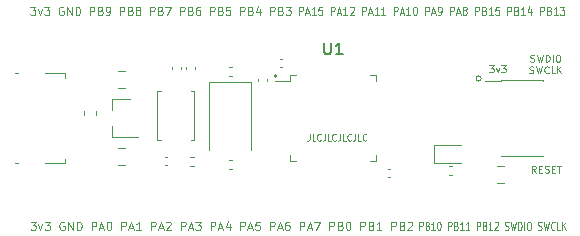
<source format=gbr>
%TF.GenerationSoftware,KiCad,Pcbnew,(5.1.10-1-10_14)*%
%TF.CreationDate,2021-07-19T22:46:51-06:00*%
%TF.ProjectId,f0-study-board,66302d73-7475-4647-992d-626f6172642e,rev?*%
%TF.SameCoordinates,Original*%
%TF.FileFunction,Legend,Top*%
%TF.FilePolarity,Positive*%
%FSLAX46Y46*%
G04 Gerber Fmt 4.6, Leading zero omitted, Abs format (unit mm)*
G04 Created by KiCad (PCBNEW (5.1.10-1-10_14)) date 2021-07-19 22:46:51*
%MOMM*%
%LPD*%
G01*
G04 APERTURE LIST*
%ADD10C,0.080000*%
%ADD11C,0.100000*%
%ADD12C,0.120000*%
%ADD13C,0.150000*%
G04 APERTURE END LIST*
D10*
X132075809Y-116716666D02*
X132075809Y-116016666D01*
X132273904Y-116016666D01*
X132323428Y-116050000D01*
X132348190Y-116083333D01*
X132372952Y-116150000D01*
X132372952Y-116250000D01*
X132348190Y-116316666D01*
X132323428Y-116350000D01*
X132273904Y-116383333D01*
X132075809Y-116383333D01*
X132769142Y-116350000D02*
X132843428Y-116383333D01*
X132868190Y-116416666D01*
X132892952Y-116483333D01*
X132892952Y-116583333D01*
X132868190Y-116650000D01*
X132843428Y-116683333D01*
X132793904Y-116716666D01*
X132595809Y-116716666D01*
X132595809Y-116016666D01*
X132769142Y-116016666D01*
X132818666Y-116050000D01*
X132843428Y-116083333D01*
X132868190Y-116150000D01*
X132868190Y-116216666D01*
X132843428Y-116283333D01*
X132818666Y-116316666D01*
X132769142Y-116350000D01*
X132595809Y-116350000D01*
X133388190Y-116716666D02*
X133091047Y-116716666D01*
X133239619Y-116716666D02*
X133239619Y-116016666D01*
X133190095Y-116116666D01*
X133140571Y-116183333D01*
X133091047Y-116216666D01*
X133710095Y-116016666D02*
X133759619Y-116016666D01*
X133809142Y-116050000D01*
X133833904Y-116083333D01*
X133858666Y-116150000D01*
X133883428Y-116283333D01*
X133883428Y-116450000D01*
X133858666Y-116583333D01*
X133833904Y-116650000D01*
X133809142Y-116683333D01*
X133759619Y-116716666D01*
X133710095Y-116716666D01*
X133660571Y-116683333D01*
X133635809Y-116650000D01*
X133611047Y-116583333D01*
X133586285Y-116450000D01*
X133586285Y-116283333D01*
X133611047Y-116150000D01*
X133635809Y-116083333D01*
X133660571Y-116050000D01*
X133710095Y-116016666D01*
X134502476Y-116716666D02*
X134502476Y-116016666D01*
X134700571Y-116016666D01*
X134750095Y-116050000D01*
X134774857Y-116083333D01*
X134799619Y-116150000D01*
X134799619Y-116250000D01*
X134774857Y-116316666D01*
X134750095Y-116350000D01*
X134700571Y-116383333D01*
X134502476Y-116383333D01*
X135195809Y-116350000D02*
X135270095Y-116383333D01*
X135294857Y-116416666D01*
X135319619Y-116483333D01*
X135319619Y-116583333D01*
X135294857Y-116650000D01*
X135270095Y-116683333D01*
X135220571Y-116716666D01*
X135022476Y-116716666D01*
X135022476Y-116016666D01*
X135195809Y-116016666D01*
X135245333Y-116050000D01*
X135270095Y-116083333D01*
X135294857Y-116150000D01*
X135294857Y-116216666D01*
X135270095Y-116283333D01*
X135245333Y-116316666D01*
X135195809Y-116350000D01*
X135022476Y-116350000D01*
X135814857Y-116716666D02*
X135517714Y-116716666D01*
X135666285Y-116716666D02*
X135666285Y-116016666D01*
X135616761Y-116116666D01*
X135567238Y-116183333D01*
X135517714Y-116216666D01*
X136310095Y-116716666D02*
X136012952Y-116716666D01*
X136161523Y-116716666D02*
X136161523Y-116016666D01*
X136112000Y-116116666D01*
X136062476Y-116183333D01*
X136012952Y-116216666D01*
X136929142Y-116716666D02*
X136929142Y-116016666D01*
X137127238Y-116016666D01*
X137176761Y-116050000D01*
X137201523Y-116083333D01*
X137226285Y-116150000D01*
X137226285Y-116250000D01*
X137201523Y-116316666D01*
X137176761Y-116350000D01*
X137127238Y-116383333D01*
X136929142Y-116383333D01*
X137622476Y-116350000D02*
X137696761Y-116383333D01*
X137721523Y-116416666D01*
X137746285Y-116483333D01*
X137746285Y-116583333D01*
X137721523Y-116650000D01*
X137696761Y-116683333D01*
X137647238Y-116716666D01*
X137449142Y-116716666D01*
X137449142Y-116016666D01*
X137622476Y-116016666D01*
X137672000Y-116050000D01*
X137696761Y-116083333D01*
X137721523Y-116150000D01*
X137721523Y-116216666D01*
X137696761Y-116283333D01*
X137672000Y-116316666D01*
X137622476Y-116350000D01*
X137449142Y-116350000D01*
X138241523Y-116716666D02*
X137944380Y-116716666D01*
X138092952Y-116716666D02*
X138092952Y-116016666D01*
X138043428Y-116116666D01*
X137993904Y-116183333D01*
X137944380Y-116216666D01*
X138439619Y-116083333D02*
X138464380Y-116050000D01*
X138513904Y-116016666D01*
X138637714Y-116016666D01*
X138687238Y-116050000D01*
X138712000Y-116083333D01*
X138736761Y-116150000D01*
X138736761Y-116216666D01*
X138712000Y-116316666D01*
X138414857Y-116716666D01*
X138736761Y-116716666D01*
X139331047Y-116683333D02*
X139405333Y-116716666D01*
X139529142Y-116716666D01*
X139578666Y-116683333D01*
X139603428Y-116650000D01*
X139628190Y-116583333D01*
X139628190Y-116516666D01*
X139603428Y-116450000D01*
X139578666Y-116416666D01*
X139529142Y-116383333D01*
X139430095Y-116350000D01*
X139380571Y-116316666D01*
X139355809Y-116283333D01*
X139331047Y-116216666D01*
X139331047Y-116150000D01*
X139355809Y-116083333D01*
X139380571Y-116050000D01*
X139430095Y-116016666D01*
X139553904Y-116016666D01*
X139628190Y-116050000D01*
X139801523Y-116016666D02*
X139925333Y-116716666D01*
X140024380Y-116216666D01*
X140123428Y-116716666D01*
X140247238Y-116016666D01*
X140445333Y-116716666D02*
X140445333Y-116016666D01*
X140569142Y-116016666D01*
X140643428Y-116050000D01*
X140692952Y-116116666D01*
X140717714Y-116183333D01*
X140742476Y-116316666D01*
X140742476Y-116416666D01*
X140717714Y-116550000D01*
X140692952Y-116616666D01*
X140643428Y-116683333D01*
X140569142Y-116716666D01*
X140445333Y-116716666D01*
X140965333Y-116716666D02*
X140965333Y-116016666D01*
X141312000Y-116016666D02*
X141411047Y-116016666D01*
X141460571Y-116050000D01*
X141510095Y-116116666D01*
X141534857Y-116250000D01*
X141534857Y-116483333D01*
X141510095Y-116616666D01*
X141460571Y-116683333D01*
X141411047Y-116716666D01*
X141312000Y-116716666D01*
X141262476Y-116683333D01*
X141212952Y-116616666D01*
X141188190Y-116483333D01*
X141188190Y-116250000D01*
X141212952Y-116116666D01*
X141262476Y-116050000D01*
X141312000Y-116016666D01*
X142129142Y-116683333D02*
X142203428Y-116716666D01*
X142327238Y-116716666D01*
X142376761Y-116683333D01*
X142401523Y-116650000D01*
X142426285Y-116583333D01*
X142426285Y-116516666D01*
X142401523Y-116450000D01*
X142376761Y-116416666D01*
X142327238Y-116383333D01*
X142228190Y-116350000D01*
X142178666Y-116316666D01*
X142153904Y-116283333D01*
X142129142Y-116216666D01*
X142129142Y-116150000D01*
X142153904Y-116083333D01*
X142178666Y-116050000D01*
X142228190Y-116016666D01*
X142352000Y-116016666D01*
X142426285Y-116050000D01*
X142599619Y-116016666D02*
X142723428Y-116716666D01*
X142822476Y-116216666D01*
X142921523Y-116716666D01*
X143045333Y-116016666D01*
X143540571Y-116650000D02*
X143515809Y-116683333D01*
X143441523Y-116716666D01*
X143392000Y-116716666D01*
X143317714Y-116683333D01*
X143268190Y-116616666D01*
X143243428Y-116550000D01*
X143218666Y-116416666D01*
X143218666Y-116316666D01*
X143243428Y-116183333D01*
X143268190Y-116116666D01*
X143317714Y-116050000D01*
X143392000Y-116016666D01*
X143441523Y-116016666D01*
X143515809Y-116050000D01*
X143540571Y-116083333D01*
X144011047Y-116716666D02*
X143763428Y-116716666D01*
X143763428Y-116016666D01*
X144184380Y-116716666D02*
X144184380Y-116016666D01*
X144481523Y-116716666D02*
X144258666Y-116316666D01*
X144481523Y-116016666D02*
X144184380Y-116416666D01*
X99152714Y-116016666D02*
X99589142Y-116016666D01*
X99354142Y-116283333D01*
X99454857Y-116283333D01*
X99522000Y-116316666D01*
X99555571Y-116350000D01*
X99589142Y-116416666D01*
X99589142Y-116583333D01*
X99555571Y-116650000D01*
X99522000Y-116683333D01*
X99454857Y-116716666D01*
X99253428Y-116716666D01*
X99186285Y-116683333D01*
X99152714Y-116650000D01*
X99824142Y-116250000D02*
X99992000Y-116716666D01*
X100159857Y-116250000D01*
X100361285Y-116016666D02*
X100797714Y-116016666D01*
X100562714Y-116283333D01*
X100663428Y-116283333D01*
X100730571Y-116316666D01*
X100764142Y-116350000D01*
X100797714Y-116416666D01*
X100797714Y-116583333D01*
X100764142Y-116650000D01*
X100730571Y-116683333D01*
X100663428Y-116716666D01*
X100462000Y-116716666D01*
X100394857Y-116683333D01*
X100361285Y-116650000D01*
X102006285Y-116050000D02*
X101939142Y-116016666D01*
X101838428Y-116016666D01*
X101737714Y-116050000D01*
X101670571Y-116116666D01*
X101637000Y-116183333D01*
X101603428Y-116316666D01*
X101603428Y-116416666D01*
X101637000Y-116550000D01*
X101670571Y-116616666D01*
X101737714Y-116683333D01*
X101838428Y-116716666D01*
X101905571Y-116716666D01*
X102006285Y-116683333D01*
X102039857Y-116650000D01*
X102039857Y-116416666D01*
X101905571Y-116416666D01*
X102342000Y-116716666D02*
X102342000Y-116016666D01*
X102744857Y-116716666D01*
X102744857Y-116016666D01*
X103080571Y-116716666D02*
X103080571Y-116016666D01*
X103248428Y-116016666D01*
X103349142Y-116050000D01*
X103416285Y-116116666D01*
X103449857Y-116183333D01*
X103483428Y-116316666D01*
X103483428Y-116416666D01*
X103449857Y-116550000D01*
X103416285Y-116616666D01*
X103349142Y-116683333D01*
X103248428Y-116716666D01*
X103080571Y-116716666D01*
X104322714Y-116716666D02*
X104322714Y-116016666D01*
X104591285Y-116016666D01*
X104658428Y-116050000D01*
X104692000Y-116083333D01*
X104725571Y-116150000D01*
X104725571Y-116250000D01*
X104692000Y-116316666D01*
X104658428Y-116350000D01*
X104591285Y-116383333D01*
X104322714Y-116383333D01*
X104994142Y-116516666D02*
X105329857Y-116516666D01*
X104927000Y-116716666D02*
X105162000Y-116016666D01*
X105397000Y-116716666D01*
X105766285Y-116016666D02*
X105833428Y-116016666D01*
X105900571Y-116050000D01*
X105934142Y-116083333D01*
X105967714Y-116150000D01*
X106001285Y-116283333D01*
X106001285Y-116450000D01*
X105967714Y-116583333D01*
X105934142Y-116650000D01*
X105900571Y-116683333D01*
X105833428Y-116716666D01*
X105766285Y-116716666D01*
X105699142Y-116683333D01*
X105665571Y-116650000D01*
X105632000Y-116583333D01*
X105598428Y-116450000D01*
X105598428Y-116283333D01*
X105632000Y-116150000D01*
X105665571Y-116083333D01*
X105699142Y-116050000D01*
X105766285Y-116016666D01*
X106840571Y-116716666D02*
X106840571Y-116016666D01*
X107109142Y-116016666D01*
X107176285Y-116050000D01*
X107209857Y-116083333D01*
X107243428Y-116150000D01*
X107243428Y-116250000D01*
X107209857Y-116316666D01*
X107176285Y-116350000D01*
X107109142Y-116383333D01*
X106840571Y-116383333D01*
X107512000Y-116516666D02*
X107847714Y-116516666D01*
X107444857Y-116716666D02*
X107679857Y-116016666D01*
X107914857Y-116716666D01*
X108519142Y-116716666D02*
X108116285Y-116716666D01*
X108317714Y-116716666D02*
X108317714Y-116016666D01*
X108250571Y-116116666D01*
X108183428Y-116183333D01*
X108116285Y-116216666D01*
X109358428Y-116716666D02*
X109358428Y-116016666D01*
X109627000Y-116016666D01*
X109694142Y-116050000D01*
X109727714Y-116083333D01*
X109761285Y-116150000D01*
X109761285Y-116250000D01*
X109727714Y-116316666D01*
X109694142Y-116350000D01*
X109627000Y-116383333D01*
X109358428Y-116383333D01*
X110029857Y-116516666D02*
X110365571Y-116516666D01*
X109962714Y-116716666D02*
X110197714Y-116016666D01*
X110432714Y-116716666D01*
X110634142Y-116083333D02*
X110667714Y-116050000D01*
X110734857Y-116016666D01*
X110902714Y-116016666D01*
X110969857Y-116050000D01*
X111003428Y-116083333D01*
X111037000Y-116150000D01*
X111037000Y-116216666D01*
X111003428Y-116316666D01*
X110600571Y-116716666D01*
X111037000Y-116716666D01*
X111876285Y-116716666D02*
X111876285Y-116016666D01*
X112144857Y-116016666D01*
X112212000Y-116050000D01*
X112245571Y-116083333D01*
X112279142Y-116150000D01*
X112279142Y-116250000D01*
X112245571Y-116316666D01*
X112212000Y-116350000D01*
X112144857Y-116383333D01*
X111876285Y-116383333D01*
X112547714Y-116516666D02*
X112883428Y-116516666D01*
X112480571Y-116716666D02*
X112715571Y-116016666D01*
X112950571Y-116716666D01*
X113118428Y-116016666D02*
X113554857Y-116016666D01*
X113319857Y-116283333D01*
X113420571Y-116283333D01*
X113487714Y-116316666D01*
X113521285Y-116350000D01*
X113554857Y-116416666D01*
X113554857Y-116583333D01*
X113521285Y-116650000D01*
X113487714Y-116683333D01*
X113420571Y-116716666D01*
X113219142Y-116716666D01*
X113152000Y-116683333D01*
X113118428Y-116650000D01*
X114394142Y-116716666D02*
X114394142Y-116016666D01*
X114662714Y-116016666D01*
X114729857Y-116050000D01*
X114763428Y-116083333D01*
X114797000Y-116150000D01*
X114797000Y-116250000D01*
X114763428Y-116316666D01*
X114729857Y-116350000D01*
X114662714Y-116383333D01*
X114394142Y-116383333D01*
X115065571Y-116516666D02*
X115401285Y-116516666D01*
X114998428Y-116716666D02*
X115233428Y-116016666D01*
X115468428Y-116716666D01*
X116005571Y-116250000D02*
X116005571Y-116716666D01*
X115837714Y-115983333D02*
X115669857Y-116483333D01*
X116106285Y-116483333D01*
X116912000Y-116716666D02*
X116912000Y-116016666D01*
X117180571Y-116016666D01*
X117247714Y-116050000D01*
X117281285Y-116083333D01*
X117314857Y-116150000D01*
X117314857Y-116250000D01*
X117281285Y-116316666D01*
X117247714Y-116350000D01*
X117180571Y-116383333D01*
X116912000Y-116383333D01*
X117583428Y-116516666D02*
X117919142Y-116516666D01*
X117516285Y-116716666D02*
X117751285Y-116016666D01*
X117986285Y-116716666D01*
X118557000Y-116016666D02*
X118221285Y-116016666D01*
X118187714Y-116350000D01*
X118221285Y-116316666D01*
X118288428Y-116283333D01*
X118456285Y-116283333D01*
X118523428Y-116316666D01*
X118557000Y-116350000D01*
X118590571Y-116416666D01*
X118590571Y-116583333D01*
X118557000Y-116650000D01*
X118523428Y-116683333D01*
X118456285Y-116716666D01*
X118288428Y-116716666D01*
X118221285Y-116683333D01*
X118187714Y-116650000D01*
X119429857Y-116716666D02*
X119429857Y-116016666D01*
X119698428Y-116016666D01*
X119765571Y-116050000D01*
X119799142Y-116083333D01*
X119832714Y-116150000D01*
X119832714Y-116250000D01*
X119799142Y-116316666D01*
X119765571Y-116350000D01*
X119698428Y-116383333D01*
X119429857Y-116383333D01*
X120101285Y-116516666D02*
X120437000Y-116516666D01*
X120034142Y-116716666D02*
X120269142Y-116016666D01*
X120504142Y-116716666D01*
X121041285Y-116016666D02*
X120907000Y-116016666D01*
X120839857Y-116050000D01*
X120806285Y-116083333D01*
X120739142Y-116183333D01*
X120705571Y-116316666D01*
X120705571Y-116583333D01*
X120739142Y-116650000D01*
X120772714Y-116683333D01*
X120839857Y-116716666D01*
X120974142Y-116716666D01*
X121041285Y-116683333D01*
X121074857Y-116650000D01*
X121108428Y-116583333D01*
X121108428Y-116416666D01*
X121074857Y-116350000D01*
X121041285Y-116316666D01*
X120974142Y-116283333D01*
X120839857Y-116283333D01*
X120772714Y-116316666D01*
X120739142Y-116350000D01*
X120705571Y-116416666D01*
X121947714Y-116716666D02*
X121947714Y-116016666D01*
X122216285Y-116016666D01*
X122283428Y-116050000D01*
X122317000Y-116083333D01*
X122350571Y-116150000D01*
X122350571Y-116250000D01*
X122317000Y-116316666D01*
X122283428Y-116350000D01*
X122216285Y-116383333D01*
X121947714Y-116383333D01*
X122619142Y-116516666D02*
X122954857Y-116516666D01*
X122552000Y-116716666D02*
X122787000Y-116016666D01*
X123022000Y-116716666D01*
X123189857Y-116016666D02*
X123659857Y-116016666D01*
X123357714Y-116716666D01*
X124465571Y-116716666D02*
X124465571Y-116016666D01*
X124734142Y-116016666D01*
X124801285Y-116050000D01*
X124834857Y-116083333D01*
X124868428Y-116150000D01*
X124868428Y-116250000D01*
X124834857Y-116316666D01*
X124801285Y-116350000D01*
X124734142Y-116383333D01*
X124465571Y-116383333D01*
X125405571Y-116350000D02*
X125506285Y-116383333D01*
X125539857Y-116416666D01*
X125573428Y-116483333D01*
X125573428Y-116583333D01*
X125539857Y-116650000D01*
X125506285Y-116683333D01*
X125439142Y-116716666D01*
X125170571Y-116716666D01*
X125170571Y-116016666D01*
X125405571Y-116016666D01*
X125472714Y-116050000D01*
X125506285Y-116083333D01*
X125539857Y-116150000D01*
X125539857Y-116216666D01*
X125506285Y-116283333D01*
X125472714Y-116316666D01*
X125405571Y-116350000D01*
X125170571Y-116350000D01*
X126009857Y-116016666D02*
X126077000Y-116016666D01*
X126144142Y-116050000D01*
X126177714Y-116083333D01*
X126211285Y-116150000D01*
X126244857Y-116283333D01*
X126244857Y-116450000D01*
X126211285Y-116583333D01*
X126177714Y-116650000D01*
X126144142Y-116683333D01*
X126077000Y-116716666D01*
X126009857Y-116716666D01*
X125942714Y-116683333D01*
X125909142Y-116650000D01*
X125875571Y-116583333D01*
X125842000Y-116450000D01*
X125842000Y-116283333D01*
X125875571Y-116150000D01*
X125909142Y-116083333D01*
X125942714Y-116050000D01*
X126009857Y-116016666D01*
X127084142Y-116716666D02*
X127084142Y-116016666D01*
X127352714Y-116016666D01*
X127419857Y-116050000D01*
X127453428Y-116083333D01*
X127487000Y-116150000D01*
X127487000Y-116250000D01*
X127453428Y-116316666D01*
X127419857Y-116350000D01*
X127352714Y-116383333D01*
X127084142Y-116383333D01*
X128024142Y-116350000D02*
X128124857Y-116383333D01*
X128158428Y-116416666D01*
X128192000Y-116483333D01*
X128192000Y-116583333D01*
X128158428Y-116650000D01*
X128124857Y-116683333D01*
X128057714Y-116716666D01*
X127789142Y-116716666D01*
X127789142Y-116016666D01*
X128024142Y-116016666D01*
X128091285Y-116050000D01*
X128124857Y-116083333D01*
X128158428Y-116150000D01*
X128158428Y-116216666D01*
X128124857Y-116283333D01*
X128091285Y-116316666D01*
X128024142Y-116350000D01*
X127789142Y-116350000D01*
X128863428Y-116716666D02*
X128460571Y-116716666D01*
X128662000Y-116716666D02*
X128662000Y-116016666D01*
X128594857Y-116116666D01*
X128527714Y-116183333D01*
X128460571Y-116216666D01*
X129702714Y-116716666D02*
X129702714Y-116016666D01*
X129971285Y-116016666D01*
X130038428Y-116050000D01*
X130072000Y-116083333D01*
X130105571Y-116150000D01*
X130105571Y-116250000D01*
X130072000Y-116316666D01*
X130038428Y-116350000D01*
X129971285Y-116383333D01*
X129702714Y-116383333D01*
X130642714Y-116350000D02*
X130743428Y-116383333D01*
X130777000Y-116416666D01*
X130810571Y-116483333D01*
X130810571Y-116583333D01*
X130777000Y-116650000D01*
X130743428Y-116683333D01*
X130676285Y-116716666D01*
X130407714Y-116716666D01*
X130407714Y-116016666D01*
X130642714Y-116016666D01*
X130709857Y-116050000D01*
X130743428Y-116083333D01*
X130777000Y-116150000D01*
X130777000Y-116216666D01*
X130743428Y-116283333D01*
X130709857Y-116316666D01*
X130642714Y-116350000D01*
X130407714Y-116350000D01*
X131079142Y-116083333D02*
X131112714Y-116050000D01*
X131179857Y-116016666D01*
X131347714Y-116016666D01*
X131414857Y-116050000D01*
X131448428Y-116083333D01*
X131482000Y-116150000D01*
X131482000Y-116216666D01*
X131448428Y-116316666D01*
X131045571Y-116716666D01*
X131482000Y-116716666D01*
X121892476Y-98516666D02*
X121892476Y-97816666D01*
X122117238Y-97816666D01*
X122173428Y-97850000D01*
X122201523Y-97883333D01*
X122229619Y-97950000D01*
X122229619Y-98050000D01*
X122201523Y-98116666D01*
X122173428Y-98150000D01*
X122117238Y-98183333D01*
X121892476Y-98183333D01*
X122454380Y-98316666D02*
X122735333Y-98316666D01*
X122398190Y-98516666D02*
X122594857Y-97816666D01*
X122791523Y-98516666D01*
X123297238Y-98516666D02*
X122960095Y-98516666D01*
X123128666Y-98516666D02*
X123128666Y-97816666D01*
X123072476Y-97916666D01*
X123016285Y-97983333D01*
X122960095Y-98016666D01*
X123831047Y-97816666D02*
X123550095Y-97816666D01*
X123522000Y-98150000D01*
X123550095Y-98116666D01*
X123606285Y-98083333D01*
X123746761Y-98083333D01*
X123802952Y-98116666D01*
X123831047Y-98150000D01*
X123859142Y-98216666D01*
X123859142Y-98383333D01*
X123831047Y-98450000D01*
X123802952Y-98483333D01*
X123746761Y-98516666D01*
X123606285Y-98516666D01*
X123550095Y-98483333D01*
X123522000Y-98450000D01*
X124561523Y-98516666D02*
X124561523Y-97816666D01*
X124786285Y-97816666D01*
X124842476Y-97850000D01*
X124870571Y-97883333D01*
X124898666Y-97950000D01*
X124898666Y-98050000D01*
X124870571Y-98116666D01*
X124842476Y-98150000D01*
X124786285Y-98183333D01*
X124561523Y-98183333D01*
X125123428Y-98316666D02*
X125404380Y-98316666D01*
X125067238Y-98516666D02*
X125263904Y-97816666D01*
X125460571Y-98516666D01*
X125966285Y-98516666D02*
X125629142Y-98516666D01*
X125797714Y-98516666D02*
X125797714Y-97816666D01*
X125741523Y-97916666D01*
X125685333Y-97983333D01*
X125629142Y-98016666D01*
X126191047Y-97883333D02*
X126219142Y-97850000D01*
X126275333Y-97816666D01*
X126415809Y-97816666D01*
X126472000Y-97850000D01*
X126500095Y-97883333D01*
X126528190Y-97950000D01*
X126528190Y-98016666D01*
X126500095Y-98116666D01*
X126162952Y-98516666D01*
X126528190Y-98516666D01*
X127230571Y-98516666D02*
X127230571Y-97816666D01*
X127455333Y-97816666D01*
X127511523Y-97850000D01*
X127539619Y-97883333D01*
X127567714Y-97950000D01*
X127567714Y-98050000D01*
X127539619Y-98116666D01*
X127511523Y-98150000D01*
X127455333Y-98183333D01*
X127230571Y-98183333D01*
X127792476Y-98316666D02*
X128073428Y-98316666D01*
X127736285Y-98516666D02*
X127932952Y-97816666D01*
X128129619Y-98516666D01*
X128635333Y-98516666D02*
X128298190Y-98516666D01*
X128466761Y-98516666D02*
X128466761Y-97816666D01*
X128410571Y-97916666D01*
X128354380Y-97983333D01*
X128298190Y-98016666D01*
X129197238Y-98516666D02*
X128860095Y-98516666D01*
X129028666Y-98516666D02*
X129028666Y-97816666D01*
X128972476Y-97916666D01*
X128916285Y-97983333D01*
X128860095Y-98016666D01*
X129899619Y-98516666D02*
X129899619Y-97816666D01*
X130124380Y-97816666D01*
X130180571Y-97850000D01*
X130208666Y-97883333D01*
X130236761Y-97950000D01*
X130236761Y-98050000D01*
X130208666Y-98116666D01*
X130180571Y-98150000D01*
X130124380Y-98183333D01*
X129899619Y-98183333D01*
X130461523Y-98316666D02*
X130742476Y-98316666D01*
X130405333Y-98516666D02*
X130602000Y-97816666D01*
X130798666Y-98516666D01*
X131304380Y-98516666D02*
X130967238Y-98516666D01*
X131135809Y-98516666D02*
X131135809Y-97816666D01*
X131079619Y-97916666D01*
X131023428Y-97983333D01*
X130967238Y-98016666D01*
X131669619Y-97816666D02*
X131725809Y-97816666D01*
X131782000Y-97850000D01*
X131810095Y-97883333D01*
X131838190Y-97950000D01*
X131866285Y-98083333D01*
X131866285Y-98250000D01*
X131838190Y-98383333D01*
X131810095Y-98450000D01*
X131782000Y-98483333D01*
X131725809Y-98516666D01*
X131669619Y-98516666D01*
X131613428Y-98483333D01*
X131585333Y-98450000D01*
X131557238Y-98383333D01*
X131529142Y-98250000D01*
X131529142Y-98083333D01*
X131557238Y-97950000D01*
X131585333Y-97883333D01*
X131613428Y-97850000D01*
X131669619Y-97816666D01*
X132568666Y-98516666D02*
X132568666Y-97816666D01*
X132793428Y-97816666D01*
X132849619Y-97850000D01*
X132877714Y-97883333D01*
X132905809Y-97950000D01*
X132905809Y-98050000D01*
X132877714Y-98116666D01*
X132849619Y-98150000D01*
X132793428Y-98183333D01*
X132568666Y-98183333D01*
X133130571Y-98316666D02*
X133411523Y-98316666D01*
X133074380Y-98516666D02*
X133271047Y-97816666D01*
X133467714Y-98516666D01*
X133692476Y-98516666D02*
X133804857Y-98516666D01*
X133861047Y-98483333D01*
X133889142Y-98450000D01*
X133945333Y-98350000D01*
X133973428Y-98216666D01*
X133973428Y-97950000D01*
X133945333Y-97883333D01*
X133917238Y-97850000D01*
X133861047Y-97816666D01*
X133748666Y-97816666D01*
X133692476Y-97850000D01*
X133664380Y-97883333D01*
X133636285Y-97950000D01*
X133636285Y-98116666D01*
X133664380Y-98183333D01*
X133692476Y-98216666D01*
X133748666Y-98250000D01*
X133861047Y-98250000D01*
X133917238Y-98216666D01*
X133945333Y-98183333D01*
X133973428Y-98116666D01*
X134675809Y-98516666D02*
X134675809Y-97816666D01*
X134900571Y-97816666D01*
X134956761Y-97850000D01*
X134984857Y-97883333D01*
X135012952Y-97950000D01*
X135012952Y-98050000D01*
X134984857Y-98116666D01*
X134956761Y-98150000D01*
X134900571Y-98183333D01*
X134675809Y-98183333D01*
X135237714Y-98316666D02*
X135518666Y-98316666D01*
X135181523Y-98516666D02*
X135378190Y-97816666D01*
X135574857Y-98516666D01*
X135855809Y-98116666D02*
X135799619Y-98083333D01*
X135771523Y-98050000D01*
X135743428Y-97983333D01*
X135743428Y-97950000D01*
X135771523Y-97883333D01*
X135799619Y-97850000D01*
X135855809Y-97816666D01*
X135968190Y-97816666D01*
X136024380Y-97850000D01*
X136052476Y-97883333D01*
X136080571Y-97950000D01*
X136080571Y-97983333D01*
X136052476Y-98050000D01*
X136024380Y-98083333D01*
X135968190Y-98116666D01*
X135855809Y-98116666D01*
X135799619Y-98150000D01*
X135771523Y-98183333D01*
X135743428Y-98250000D01*
X135743428Y-98383333D01*
X135771523Y-98450000D01*
X135799619Y-98483333D01*
X135855809Y-98516666D01*
X135968190Y-98516666D01*
X136024380Y-98483333D01*
X136052476Y-98450000D01*
X136080571Y-98383333D01*
X136080571Y-98250000D01*
X136052476Y-98183333D01*
X136024380Y-98150000D01*
X135968190Y-98116666D01*
X136782952Y-98516666D02*
X136782952Y-97816666D01*
X137007714Y-97816666D01*
X137063904Y-97850000D01*
X137092000Y-97883333D01*
X137120095Y-97950000D01*
X137120095Y-98050000D01*
X137092000Y-98116666D01*
X137063904Y-98150000D01*
X137007714Y-98183333D01*
X136782952Y-98183333D01*
X137569619Y-98150000D02*
X137653904Y-98183333D01*
X137682000Y-98216666D01*
X137710095Y-98283333D01*
X137710095Y-98383333D01*
X137682000Y-98450000D01*
X137653904Y-98483333D01*
X137597714Y-98516666D01*
X137372952Y-98516666D01*
X137372952Y-97816666D01*
X137569619Y-97816666D01*
X137625809Y-97850000D01*
X137653904Y-97883333D01*
X137682000Y-97950000D01*
X137682000Y-98016666D01*
X137653904Y-98083333D01*
X137625809Y-98116666D01*
X137569619Y-98150000D01*
X137372952Y-98150000D01*
X138272000Y-98516666D02*
X137934857Y-98516666D01*
X138103428Y-98516666D02*
X138103428Y-97816666D01*
X138047238Y-97916666D01*
X137991047Y-97983333D01*
X137934857Y-98016666D01*
X138805809Y-97816666D02*
X138524857Y-97816666D01*
X138496761Y-98150000D01*
X138524857Y-98116666D01*
X138581047Y-98083333D01*
X138721523Y-98083333D01*
X138777714Y-98116666D01*
X138805809Y-98150000D01*
X138833904Y-98216666D01*
X138833904Y-98383333D01*
X138805809Y-98450000D01*
X138777714Y-98483333D01*
X138721523Y-98516666D01*
X138581047Y-98516666D01*
X138524857Y-98483333D01*
X138496761Y-98450000D01*
X139536285Y-98516666D02*
X139536285Y-97816666D01*
X139761047Y-97816666D01*
X139817238Y-97850000D01*
X139845333Y-97883333D01*
X139873428Y-97950000D01*
X139873428Y-98050000D01*
X139845333Y-98116666D01*
X139817238Y-98150000D01*
X139761047Y-98183333D01*
X139536285Y-98183333D01*
X140322952Y-98150000D02*
X140407238Y-98183333D01*
X140435333Y-98216666D01*
X140463428Y-98283333D01*
X140463428Y-98383333D01*
X140435333Y-98450000D01*
X140407238Y-98483333D01*
X140351047Y-98516666D01*
X140126285Y-98516666D01*
X140126285Y-97816666D01*
X140322952Y-97816666D01*
X140379142Y-97850000D01*
X140407238Y-97883333D01*
X140435333Y-97950000D01*
X140435333Y-98016666D01*
X140407238Y-98083333D01*
X140379142Y-98116666D01*
X140322952Y-98150000D01*
X140126285Y-98150000D01*
X141025333Y-98516666D02*
X140688190Y-98516666D01*
X140856761Y-98516666D02*
X140856761Y-97816666D01*
X140800571Y-97916666D01*
X140744380Y-97983333D01*
X140688190Y-98016666D01*
X141531047Y-98050000D02*
X141531047Y-98516666D01*
X141390571Y-97783333D02*
X141250095Y-98283333D01*
X141615333Y-98283333D01*
X142289619Y-98516666D02*
X142289619Y-97816666D01*
X142514380Y-97816666D01*
X142570571Y-97850000D01*
X142598666Y-97883333D01*
X142626761Y-97950000D01*
X142626761Y-98050000D01*
X142598666Y-98116666D01*
X142570571Y-98150000D01*
X142514380Y-98183333D01*
X142289619Y-98183333D01*
X143076285Y-98150000D02*
X143160571Y-98183333D01*
X143188666Y-98216666D01*
X143216761Y-98283333D01*
X143216761Y-98383333D01*
X143188666Y-98450000D01*
X143160571Y-98483333D01*
X143104380Y-98516666D01*
X142879619Y-98516666D01*
X142879619Y-97816666D01*
X143076285Y-97816666D01*
X143132476Y-97850000D01*
X143160571Y-97883333D01*
X143188666Y-97950000D01*
X143188666Y-98016666D01*
X143160571Y-98083333D01*
X143132476Y-98116666D01*
X143076285Y-98150000D01*
X142879619Y-98150000D01*
X143778666Y-98516666D02*
X143441523Y-98516666D01*
X143610095Y-98516666D02*
X143610095Y-97816666D01*
X143553904Y-97916666D01*
X143497714Y-97983333D01*
X143441523Y-98016666D01*
X143975333Y-97816666D02*
X144340571Y-97816666D01*
X144143904Y-98083333D01*
X144228190Y-98083333D01*
X144284380Y-98116666D01*
X144312476Y-98150000D01*
X144340571Y-98216666D01*
X144340571Y-98383333D01*
X144312476Y-98450000D01*
X144284380Y-98483333D01*
X144228190Y-98516666D01*
X144059619Y-98516666D01*
X144003428Y-98483333D01*
X143975333Y-98450000D01*
X122790476Y-108571428D02*
X122790476Y-109000000D01*
X122766666Y-109085714D01*
X122719047Y-109142857D01*
X122647619Y-109171428D01*
X122600000Y-109171428D01*
X123266666Y-109171428D02*
X123028571Y-109171428D01*
X123028571Y-108571428D01*
X123719047Y-109114285D02*
X123695238Y-109142857D01*
X123623809Y-109171428D01*
X123576190Y-109171428D01*
X123504761Y-109142857D01*
X123457142Y-109085714D01*
X123433333Y-109028571D01*
X123409523Y-108914285D01*
X123409523Y-108828571D01*
X123433333Y-108714285D01*
X123457142Y-108657142D01*
X123504761Y-108600000D01*
X123576190Y-108571428D01*
X123623809Y-108571428D01*
X123695238Y-108600000D01*
X123719047Y-108628571D01*
X124076190Y-108571428D02*
X124076190Y-109000000D01*
X124052380Y-109085714D01*
X124004761Y-109142857D01*
X123933333Y-109171428D01*
X123885714Y-109171428D01*
X124552380Y-109171428D02*
X124314285Y-109171428D01*
X124314285Y-108571428D01*
X125004761Y-109114285D02*
X124980952Y-109142857D01*
X124909523Y-109171428D01*
X124861904Y-109171428D01*
X124790476Y-109142857D01*
X124742857Y-109085714D01*
X124719047Y-109028571D01*
X124695238Y-108914285D01*
X124695238Y-108828571D01*
X124719047Y-108714285D01*
X124742857Y-108657142D01*
X124790476Y-108600000D01*
X124861904Y-108571428D01*
X124909523Y-108571428D01*
X124980952Y-108600000D01*
X125004761Y-108628571D01*
X125361904Y-108571428D02*
X125361904Y-109000000D01*
X125338095Y-109085714D01*
X125290476Y-109142857D01*
X125219047Y-109171428D01*
X125171428Y-109171428D01*
X125838095Y-109171428D02*
X125600000Y-109171428D01*
X125600000Y-108571428D01*
X126290476Y-109114285D02*
X126266666Y-109142857D01*
X126195238Y-109171428D01*
X126147619Y-109171428D01*
X126076190Y-109142857D01*
X126028571Y-109085714D01*
X126004761Y-109028571D01*
X125980952Y-108914285D01*
X125980952Y-108828571D01*
X126004761Y-108714285D01*
X126028571Y-108657142D01*
X126076190Y-108600000D01*
X126147619Y-108571428D01*
X126195238Y-108571428D01*
X126266666Y-108600000D01*
X126290476Y-108628571D01*
X126647619Y-108571428D02*
X126647619Y-109000000D01*
X126623809Y-109085714D01*
X126576190Y-109142857D01*
X126504761Y-109171428D01*
X126457142Y-109171428D01*
X127123809Y-109171428D02*
X126885714Y-109171428D01*
X126885714Y-108571428D01*
X127576190Y-109114285D02*
X127552380Y-109142857D01*
X127480952Y-109171428D01*
X127433333Y-109171428D01*
X127361904Y-109142857D01*
X127314285Y-109085714D01*
X127290476Y-109028571D01*
X127266666Y-108914285D01*
X127266666Y-108828571D01*
X127290476Y-108714285D01*
X127314285Y-108657142D01*
X127361904Y-108600000D01*
X127433333Y-108571428D01*
X127480952Y-108571428D01*
X127552380Y-108600000D01*
X127576190Y-108628571D01*
X99149857Y-97816666D02*
X99573904Y-97816666D01*
X99345571Y-98083333D01*
X99443428Y-98083333D01*
X99508666Y-98116666D01*
X99541285Y-98150000D01*
X99573904Y-98216666D01*
X99573904Y-98383333D01*
X99541285Y-98450000D01*
X99508666Y-98483333D01*
X99443428Y-98516666D01*
X99247714Y-98516666D01*
X99182476Y-98483333D01*
X99149857Y-98450000D01*
X99802238Y-98050000D02*
X99965333Y-98516666D01*
X100128428Y-98050000D01*
X100324142Y-97816666D02*
X100748190Y-97816666D01*
X100519857Y-98083333D01*
X100617714Y-98083333D01*
X100682952Y-98116666D01*
X100715571Y-98150000D01*
X100748190Y-98216666D01*
X100748190Y-98383333D01*
X100715571Y-98450000D01*
X100682952Y-98483333D01*
X100617714Y-98516666D01*
X100422000Y-98516666D01*
X100356761Y-98483333D01*
X100324142Y-98450000D01*
X101922476Y-97850000D02*
X101857238Y-97816666D01*
X101759380Y-97816666D01*
X101661523Y-97850000D01*
X101596285Y-97916666D01*
X101563666Y-97983333D01*
X101531047Y-98116666D01*
X101531047Y-98216666D01*
X101563666Y-98350000D01*
X101596285Y-98416666D01*
X101661523Y-98483333D01*
X101759380Y-98516666D01*
X101824619Y-98516666D01*
X101922476Y-98483333D01*
X101955095Y-98450000D01*
X101955095Y-98216666D01*
X101824619Y-98216666D01*
X102248666Y-98516666D02*
X102248666Y-97816666D01*
X102640095Y-98516666D01*
X102640095Y-97816666D01*
X102966285Y-98516666D02*
X102966285Y-97816666D01*
X103129380Y-97816666D01*
X103227238Y-97850000D01*
X103292476Y-97916666D01*
X103325095Y-97983333D01*
X103357714Y-98116666D01*
X103357714Y-98216666D01*
X103325095Y-98350000D01*
X103292476Y-98416666D01*
X103227238Y-98483333D01*
X103129380Y-98516666D01*
X102966285Y-98516666D01*
X104173190Y-98516666D02*
X104173190Y-97816666D01*
X104434142Y-97816666D01*
X104499380Y-97850000D01*
X104532000Y-97883333D01*
X104564619Y-97950000D01*
X104564619Y-98050000D01*
X104532000Y-98116666D01*
X104499380Y-98150000D01*
X104434142Y-98183333D01*
X104173190Y-98183333D01*
X105086523Y-98150000D02*
X105184380Y-98183333D01*
X105217000Y-98216666D01*
X105249619Y-98283333D01*
X105249619Y-98383333D01*
X105217000Y-98450000D01*
X105184380Y-98483333D01*
X105119142Y-98516666D01*
X104858190Y-98516666D01*
X104858190Y-97816666D01*
X105086523Y-97816666D01*
X105151761Y-97850000D01*
X105184380Y-97883333D01*
X105217000Y-97950000D01*
X105217000Y-98016666D01*
X105184380Y-98083333D01*
X105151761Y-98116666D01*
X105086523Y-98150000D01*
X104858190Y-98150000D01*
X105575809Y-98516666D02*
X105706285Y-98516666D01*
X105771523Y-98483333D01*
X105804142Y-98450000D01*
X105869380Y-98350000D01*
X105902000Y-98216666D01*
X105902000Y-97950000D01*
X105869380Y-97883333D01*
X105836761Y-97850000D01*
X105771523Y-97816666D01*
X105641047Y-97816666D01*
X105575809Y-97850000D01*
X105543190Y-97883333D01*
X105510571Y-97950000D01*
X105510571Y-98116666D01*
X105543190Y-98183333D01*
X105575809Y-98216666D01*
X105641047Y-98250000D01*
X105771523Y-98250000D01*
X105836761Y-98216666D01*
X105869380Y-98183333D01*
X105902000Y-98116666D01*
X106717476Y-98516666D02*
X106717476Y-97816666D01*
X106978428Y-97816666D01*
X107043666Y-97850000D01*
X107076285Y-97883333D01*
X107108904Y-97950000D01*
X107108904Y-98050000D01*
X107076285Y-98116666D01*
X107043666Y-98150000D01*
X106978428Y-98183333D01*
X106717476Y-98183333D01*
X107630809Y-98150000D02*
X107728666Y-98183333D01*
X107761285Y-98216666D01*
X107793904Y-98283333D01*
X107793904Y-98383333D01*
X107761285Y-98450000D01*
X107728666Y-98483333D01*
X107663428Y-98516666D01*
X107402476Y-98516666D01*
X107402476Y-97816666D01*
X107630809Y-97816666D01*
X107696047Y-97850000D01*
X107728666Y-97883333D01*
X107761285Y-97950000D01*
X107761285Y-98016666D01*
X107728666Y-98083333D01*
X107696047Y-98116666D01*
X107630809Y-98150000D01*
X107402476Y-98150000D01*
X108185333Y-98116666D02*
X108120095Y-98083333D01*
X108087476Y-98050000D01*
X108054857Y-97983333D01*
X108054857Y-97950000D01*
X108087476Y-97883333D01*
X108120095Y-97850000D01*
X108185333Y-97816666D01*
X108315809Y-97816666D01*
X108381047Y-97850000D01*
X108413666Y-97883333D01*
X108446285Y-97950000D01*
X108446285Y-97983333D01*
X108413666Y-98050000D01*
X108381047Y-98083333D01*
X108315809Y-98116666D01*
X108185333Y-98116666D01*
X108120095Y-98150000D01*
X108087476Y-98183333D01*
X108054857Y-98250000D01*
X108054857Y-98383333D01*
X108087476Y-98450000D01*
X108120095Y-98483333D01*
X108185333Y-98516666D01*
X108315809Y-98516666D01*
X108381047Y-98483333D01*
X108413666Y-98450000D01*
X108446285Y-98383333D01*
X108446285Y-98250000D01*
X108413666Y-98183333D01*
X108381047Y-98150000D01*
X108315809Y-98116666D01*
X109261761Y-98516666D02*
X109261761Y-97816666D01*
X109522714Y-97816666D01*
X109587952Y-97850000D01*
X109620571Y-97883333D01*
X109653190Y-97950000D01*
X109653190Y-98050000D01*
X109620571Y-98116666D01*
X109587952Y-98150000D01*
X109522714Y-98183333D01*
X109261761Y-98183333D01*
X110175095Y-98150000D02*
X110272952Y-98183333D01*
X110305571Y-98216666D01*
X110338190Y-98283333D01*
X110338190Y-98383333D01*
X110305571Y-98450000D01*
X110272952Y-98483333D01*
X110207714Y-98516666D01*
X109946761Y-98516666D01*
X109946761Y-97816666D01*
X110175095Y-97816666D01*
X110240333Y-97850000D01*
X110272952Y-97883333D01*
X110305571Y-97950000D01*
X110305571Y-98016666D01*
X110272952Y-98083333D01*
X110240333Y-98116666D01*
X110175095Y-98150000D01*
X109946761Y-98150000D01*
X110566523Y-97816666D02*
X111023190Y-97816666D01*
X110729619Y-98516666D01*
X111806047Y-98516666D02*
X111806047Y-97816666D01*
X112067000Y-97816666D01*
X112132238Y-97850000D01*
X112164857Y-97883333D01*
X112197476Y-97950000D01*
X112197476Y-98050000D01*
X112164857Y-98116666D01*
X112132238Y-98150000D01*
X112067000Y-98183333D01*
X111806047Y-98183333D01*
X112719380Y-98150000D02*
X112817238Y-98183333D01*
X112849857Y-98216666D01*
X112882476Y-98283333D01*
X112882476Y-98383333D01*
X112849857Y-98450000D01*
X112817238Y-98483333D01*
X112752000Y-98516666D01*
X112491047Y-98516666D01*
X112491047Y-97816666D01*
X112719380Y-97816666D01*
X112784619Y-97850000D01*
X112817238Y-97883333D01*
X112849857Y-97950000D01*
X112849857Y-98016666D01*
X112817238Y-98083333D01*
X112784619Y-98116666D01*
X112719380Y-98150000D01*
X112491047Y-98150000D01*
X113469619Y-97816666D02*
X113339142Y-97816666D01*
X113273904Y-97850000D01*
X113241285Y-97883333D01*
X113176047Y-97983333D01*
X113143428Y-98116666D01*
X113143428Y-98383333D01*
X113176047Y-98450000D01*
X113208666Y-98483333D01*
X113273904Y-98516666D01*
X113404380Y-98516666D01*
X113469619Y-98483333D01*
X113502238Y-98450000D01*
X113534857Y-98383333D01*
X113534857Y-98216666D01*
X113502238Y-98150000D01*
X113469619Y-98116666D01*
X113404380Y-98083333D01*
X113273904Y-98083333D01*
X113208666Y-98116666D01*
X113176047Y-98150000D01*
X113143428Y-98216666D01*
X114350333Y-98516666D02*
X114350333Y-97816666D01*
X114611285Y-97816666D01*
X114676523Y-97850000D01*
X114709142Y-97883333D01*
X114741761Y-97950000D01*
X114741761Y-98050000D01*
X114709142Y-98116666D01*
X114676523Y-98150000D01*
X114611285Y-98183333D01*
X114350333Y-98183333D01*
X115263666Y-98150000D02*
X115361523Y-98183333D01*
X115394142Y-98216666D01*
X115426761Y-98283333D01*
X115426761Y-98383333D01*
X115394142Y-98450000D01*
X115361523Y-98483333D01*
X115296285Y-98516666D01*
X115035333Y-98516666D01*
X115035333Y-97816666D01*
X115263666Y-97816666D01*
X115328904Y-97850000D01*
X115361523Y-97883333D01*
X115394142Y-97950000D01*
X115394142Y-98016666D01*
X115361523Y-98083333D01*
X115328904Y-98116666D01*
X115263666Y-98150000D01*
X115035333Y-98150000D01*
X116046523Y-97816666D02*
X115720333Y-97816666D01*
X115687714Y-98150000D01*
X115720333Y-98116666D01*
X115785571Y-98083333D01*
X115948666Y-98083333D01*
X116013904Y-98116666D01*
X116046523Y-98150000D01*
X116079142Y-98216666D01*
X116079142Y-98383333D01*
X116046523Y-98450000D01*
X116013904Y-98483333D01*
X115948666Y-98516666D01*
X115785571Y-98516666D01*
X115720333Y-98483333D01*
X115687714Y-98450000D01*
X116894619Y-98516666D02*
X116894619Y-97816666D01*
X117155571Y-97816666D01*
X117220809Y-97850000D01*
X117253428Y-97883333D01*
X117286047Y-97950000D01*
X117286047Y-98050000D01*
X117253428Y-98116666D01*
X117220809Y-98150000D01*
X117155571Y-98183333D01*
X116894619Y-98183333D01*
X117807952Y-98150000D02*
X117905809Y-98183333D01*
X117938428Y-98216666D01*
X117971047Y-98283333D01*
X117971047Y-98383333D01*
X117938428Y-98450000D01*
X117905809Y-98483333D01*
X117840571Y-98516666D01*
X117579619Y-98516666D01*
X117579619Y-97816666D01*
X117807952Y-97816666D01*
X117873190Y-97850000D01*
X117905809Y-97883333D01*
X117938428Y-97950000D01*
X117938428Y-98016666D01*
X117905809Y-98083333D01*
X117873190Y-98116666D01*
X117807952Y-98150000D01*
X117579619Y-98150000D01*
X118558190Y-98050000D02*
X118558190Y-98516666D01*
X118395095Y-97783333D02*
X118232000Y-98283333D01*
X118656047Y-98283333D01*
X119438904Y-98516666D02*
X119438904Y-97816666D01*
X119699857Y-97816666D01*
X119765095Y-97850000D01*
X119797714Y-97883333D01*
X119830333Y-97950000D01*
X119830333Y-98050000D01*
X119797714Y-98116666D01*
X119765095Y-98150000D01*
X119699857Y-98183333D01*
X119438904Y-98183333D01*
X120352238Y-98150000D02*
X120450095Y-98183333D01*
X120482714Y-98216666D01*
X120515333Y-98283333D01*
X120515333Y-98383333D01*
X120482714Y-98450000D01*
X120450095Y-98483333D01*
X120384857Y-98516666D01*
X120123904Y-98516666D01*
X120123904Y-97816666D01*
X120352238Y-97816666D01*
X120417476Y-97850000D01*
X120450095Y-97883333D01*
X120482714Y-97950000D01*
X120482714Y-98016666D01*
X120450095Y-98083333D01*
X120417476Y-98116666D01*
X120352238Y-98150000D01*
X120123904Y-98150000D01*
X120743666Y-97816666D02*
X121167714Y-97816666D01*
X120939380Y-98083333D01*
X121037238Y-98083333D01*
X121102476Y-98116666D01*
X121135095Y-98150000D01*
X121167714Y-98216666D01*
X121167714Y-98383333D01*
X121135095Y-98450000D01*
X121102476Y-98483333D01*
X121037238Y-98516666D01*
X120841523Y-98516666D01*
X120776285Y-98483333D01*
X120743666Y-98450000D01*
D11*
X141928571Y-111871428D02*
X141728571Y-111585714D01*
X141585714Y-111871428D02*
X141585714Y-111271428D01*
X141814285Y-111271428D01*
X141871428Y-111300000D01*
X141900000Y-111328571D01*
X141928571Y-111385714D01*
X141928571Y-111471428D01*
X141900000Y-111528571D01*
X141871428Y-111557142D01*
X141814285Y-111585714D01*
X141585714Y-111585714D01*
X142185714Y-111557142D02*
X142385714Y-111557142D01*
X142471428Y-111871428D02*
X142185714Y-111871428D01*
X142185714Y-111271428D01*
X142471428Y-111271428D01*
X142700000Y-111842857D02*
X142785714Y-111871428D01*
X142928571Y-111871428D01*
X142985714Y-111842857D01*
X143014285Y-111814285D01*
X143042857Y-111757142D01*
X143042857Y-111700000D01*
X143014285Y-111642857D01*
X142985714Y-111614285D01*
X142928571Y-111585714D01*
X142814285Y-111557142D01*
X142757142Y-111528571D01*
X142728571Y-111500000D01*
X142700000Y-111442857D01*
X142700000Y-111385714D01*
X142728571Y-111328571D01*
X142757142Y-111300000D01*
X142814285Y-111271428D01*
X142957142Y-111271428D01*
X143042857Y-111300000D01*
X143300000Y-111557142D02*
X143500000Y-111557142D01*
X143585714Y-111871428D02*
X143300000Y-111871428D01*
X143300000Y-111271428D01*
X143585714Y-111271428D01*
X143757142Y-111271428D02*
X144100000Y-111271428D01*
X143928571Y-111871428D02*
X143928571Y-111271428D01*
D12*
X120041421Y-103700000D02*
G75*
G03*
X120041421Y-103700000I-141421J0D01*
G01*
X137323607Y-103900000D02*
G75*
G03*
X137323607Y-103900000I-223607J0D01*
G01*
D11*
X137985714Y-102771428D02*
X138357142Y-102771428D01*
X138157142Y-103000000D01*
X138242857Y-103000000D01*
X138300000Y-103028571D01*
X138328571Y-103057142D01*
X138357142Y-103114285D01*
X138357142Y-103257142D01*
X138328571Y-103314285D01*
X138300000Y-103342857D01*
X138242857Y-103371428D01*
X138071428Y-103371428D01*
X138014285Y-103342857D01*
X137985714Y-103314285D01*
X138557142Y-102971428D02*
X138700000Y-103371428D01*
X138842857Y-102971428D01*
X139014285Y-102771428D02*
X139385714Y-102771428D01*
X139185714Y-103000000D01*
X139271428Y-103000000D01*
X139328571Y-103028571D01*
X139357142Y-103057142D01*
X139385714Y-103114285D01*
X139385714Y-103257142D01*
X139357142Y-103314285D01*
X139328571Y-103342857D01*
X139271428Y-103371428D01*
X139100000Y-103371428D01*
X139042857Y-103342857D01*
X139014285Y-103314285D01*
X141478571Y-102442857D02*
X141564285Y-102471428D01*
X141707142Y-102471428D01*
X141764285Y-102442857D01*
X141792857Y-102414285D01*
X141821428Y-102357142D01*
X141821428Y-102300000D01*
X141792857Y-102242857D01*
X141764285Y-102214285D01*
X141707142Y-102185714D01*
X141592857Y-102157142D01*
X141535714Y-102128571D01*
X141507142Y-102100000D01*
X141478571Y-102042857D01*
X141478571Y-101985714D01*
X141507142Y-101928571D01*
X141535714Y-101900000D01*
X141592857Y-101871428D01*
X141735714Y-101871428D01*
X141821428Y-101900000D01*
X142021428Y-101871428D02*
X142164285Y-102471428D01*
X142278571Y-102042857D01*
X142392857Y-102471428D01*
X142535714Y-101871428D01*
X142764285Y-102471428D02*
X142764285Y-101871428D01*
X142907142Y-101871428D01*
X142992857Y-101900000D01*
X143050000Y-101957142D01*
X143078571Y-102014285D01*
X143107142Y-102128571D01*
X143107142Y-102214285D01*
X143078571Y-102328571D01*
X143050000Y-102385714D01*
X142992857Y-102442857D01*
X142907142Y-102471428D01*
X142764285Y-102471428D01*
X143364285Y-102471428D02*
X143364285Y-101871428D01*
X143764285Y-101871428D02*
X143878571Y-101871428D01*
X143935714Y-101900000D01*
X143992857Y-101957142D01*
X144021428Y-102071428D01*
X144021428Y-102271428D01*
X143992857Y-102385714D01*
X143935714Y-102442857D01*
X143878571Y-102471428D01*
X143764285Y-102471428D01*
X143707142Y-102442857D01*
X143650000Y-102385714D01*
X143621428Y-102271428D01*
X143621428Y-102071428D01*
X143650000Y-101957142D01*
X143707142Y-101900000D01*
X143764285Y-101871428D01*
X141392857Y-103442857D02*
X141478571Y-103471428D01*
X141621428Y-103471428D01*
X141678571Y-103442857D01*
X141707142Y-103414285D01*
X141735714Y-103357142D01*
X141735714Y-103300000D01*
X141707142Y-103242857D01*
X141678571Y-103214285D01*
X141621428Y-103185714D01*
X141507142Y-103157142D01*
X141450000Y-103128571D01*
X141421428Y-103100000D01*
X141392857Y-103042857D01*
X141392857Y-102985714D01*
X141421428Y-102928571D01*
X141450000Y-102900000D01*
X141507142Y-102871428D01*
X141650000Y-102871428D01*
X141735714Y-102900000D01*
X141935714Y-102871428D02*
X142078571Y-103471428D01*
X142192857Y-103042857D01*
X142307142Y-103471428D01*
X142450000Y-102871428D01*
X143021428Y-103414285D02*
X142992857Y-103442857D01*
X142907142Y-103471428D01*
X142850000Y-103471428D01*
X142764285Y-103442857D01*
X142707142Y-103385714D01*
X142678571Y-103328571D01*
X142650000Y-103214285D01*
X142650000Y-103128571D01*
X142678571Y-103014285D01*
X142707142Y-102957142D01*
X142764285Y-102900000D01*
X142850000Y-102871428D01*
X142907142Y-102871428D01*
X142992857Y-102900000D01*
X143021428Y-102928571D01*
X143564285Y-103471428D02*
X143278571Y-103471428D01*
X143278571Y-102871428D01*
X143764285Y-103471428D02*
X143764285Y-102871428D01*
X144107142Y-103471428D02*
X143850000Y-103128571D01*
X144107142Y-102871428D02*
X143764285Y-103214285D01*
D12*
%TO.C,U1*%
X127922500Y-110860000D02*
X128372500Y-110860000D01*
X128372500Y-110860000D02*
X128372500Y-110410000D01*
X121602500Y-110860000D02*
X121152500Y-110860000D01*
X121152500Y-110860000D02*
X121152500Y-110410000D01*
X127922500Y-103640000D02*
X128372500Y-103640000D01*
X128372500Y-103640000D02*
X128372500Y-104090000D01*
X121602500Y-103640000D02*
X121152500Y-103640000D01*
X121152500Y-103640000D02*
X121152500Y-104090000D01*
X121152500Y-104090000D02*
X119862500Y-104090000D01*
%TO.C,C1*%
X139211252Y-112735000D02*
X138688748Y-112735000D01*
X139211252Y-111265000D02*
X138688748Y-111265000D01*
%TO.C,J4*%
X138985000Y-104015000D02*
X142515000Y-104015000D01*
X138985000Y-110485000D02*
X142515000Y-110485000D01*
X137660000Y-104080000D02*
X138985000Y-104080000D01*
X138985000Y-104015000D02*
X138985000Y-104080000D01*
X142515000Y-104015000D02*
X142515000Y-104080000D01*
X138985000Y-110420000D02*
X138985000Y-110485000D01*
X142515000Y-110420000D02*
X142515000Y-110485000D01*
%TO.C,R2*%
X134556359Y-112080000D02*
X134863641Y-112080000D01*
X134556359Y-111320000D02*
X134863641Y-111320000D01*
%TO.C,R1*%
X112963641Y-110520000D02*
X112656359Y-110520000D01*
X112963641Y-111280000D02*
X112656359Y-111280000D01*
%TO.C,FB1*%
X104660000Y-106950279D02*
X104660000Y-106624721D01*
X103640000Y-106950279D02*
X103640000Y-106624721D01*
%TO.C,C12*%
X106588748Y-111235000D02*
X107111252Y-111235000D01*
X106588748Y-109765000D02*
X107111252Y-109765000D01*
%TO.C,C11*%
X107111252Y-103265000D02*
X106588748Y-103265000D01*
X107111252Y-104735000D02*
X106588748Y-104735000D01*
%TO.C,C10*%
X115972164Y-111560000D02*
X116187836Y-111560000D01*
X115972164Y-110840000D02*
X116187836Y-110840000D01*
%TO.C,C9*%
X115972164Y-103660000D02*
X116187836Y-103660000D01*
X115972164Y-102940000D02*
X116187836Y-102940000D01*
%TO.C,C8*%
X110512164Y-111260000D02*
X110727836Y-111260000D01*
X110512164Y-110540000D02*
X110727836Y-110540000D01*
%TO.C,C7*%
X112340000Y-102912164D02*
X112340000Y-103127836D01*
X113060000Y-102912164D02*
X113060000Y-103127836D01*
%TO.C,C6*%
X111140000Y-102912164D02*
X111140000Y-103127836D01*
X111860000Y-102912164D02*
X111860000Y-103127836D01*
%TO.C,C4*%
X129392164Y-112260000D02*
X129607836Y-112260000D01*
X129392164Y-111540000D02*
X129607836Y-111540000D01*
%TO.C,C3*%
X120487836Y-102240000D02*
X120272164Y-102240000D01*
X120487836Y-102960000D02*
X120272164Y-102960000D01*
%TO.C,C2*%
X119160000Y-104127836D02*
X119160000Y-103912164D01*
X118440000Y-104127836D02*
X118440000Y-103912164D01*
%TO.C,Y1*%
X114250000Y-104200000D02*
X114250000Y-109950000D01*
X117850000Y-104200000D02*
X114250000Y-104200000D01*
X117850000Y-109950000D02*
X117850000Y-104200000D01*
%TO.C,U2*%
X106090000Y-105670000D02*
X107550000Y-105670000D01*
X106090000Y-108830000D02*
X108250000Y-108830000D01*
X106090000Y-108830000D02*
X106090000Y-107900000D01*
X106090000Y-105670000D02*
X106090000Y-106600000D01*
%TO.C,SW1*%
X113020000Y-109070000D02*
X112720000Y-109070000D01*
X109880000Y-104930000D02*
X110180000Y-104930000D01*
X112720000Y-104930000D02*
X113020000Y-104930000D01*
X109880000Y-109070000D02*
X109880000Y-104930000D01*
X110180000Y-109070000D02*
X109880000Y-109070000D01*
X113020000Y-104930000D02*
X113020000Y-109070000D01*
%TO.C,J3*%
X97800000Y-103440000D02*
X98060000Y-103440000D01*
X100340000Y-103440000D02*
X102110000Y-103440000D01*
X102110000Y-103440000D02*
X102110000Y-103820000D01*
X102110000Y-111060000D02*
X100340000Y-111060000D01*
X98060000Y-111060000D02*
X97800000Y-111060000D01*
X102110000Y-111060000D02*
X102110000Y-110680000D01*
%TO.C,D2*%
X133302500Y-111035000D02*
X135587500Y-111035000D01*
X133302500Y-109565000D02*
X133302500Y-111035000D01*
X135587500Y-109565000D02*
X133302500Y-109565000D01*
%TO.C,U1*%
D13*
X124000595Y-100852380D02*
X124000595Y-101661904D01*
X124048214Y-101757142D01*
X124095833Y-101804761D01*
X124191071Y-101852380D01*
X124381547Y-101852380D01*
X124476785Y-101804761D01*
X124524404Y-101757142D01*
X124572023Y-101661904D01*
X124572023Y-100852380D01*
X125572023Y-101852380D02*
X125000595Y-101852380D01*
X125286309Y-101852380D02*
X125286309Y-100852380D01*
X125191071Y-100995238D01*
X125095833Y-101090476D01*
X125000595Y-101138095D01*
%TD*%
M02*

</source>
